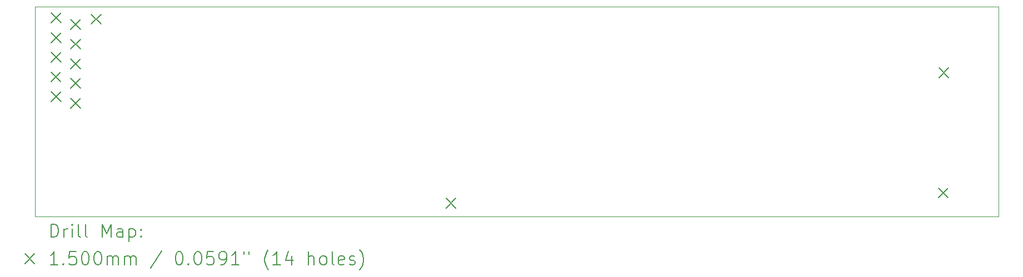
<source format=gbr>
%TF.GenerationSoftware,KiCad,Pcbnew,7.0.1*%
%TF.CreationDate,2023-10-11T18:59:45-05:00*%
%TF.ProjectId,Touch_Board,546f7563-685f-4426-9f61-72642e6b6963,1*%
%TF.SameCoordinates,Original*%
%TF.FileFunction,Drillmap*%
%TF.FilePolarity,Positive*%
%FSLAX45Y45*%
G04 Gerber Fmt 4.5, Leading zero omitted, Abs format (unit mm)*
G04 Created by KiCad (PCBNEW 7.0.1) date 2023-10-11 18:59:45*
%MOMM*%
%LPD*%
G01*
G04 APERTURE LIST*
%ADD10C,0.100000*%
%ADD11C,0.200000*%
%ADD12C,0.150000*%
G04 APERTURE END LIST*
D10*
X28338550Y-5200000D02*
X13661450Y-5200000D01*
X13661450Y-2000000D02*
X28338550Y-2000000D01*
X13661450Y-2000000D02*
X13661450Y-2000000D01*
X13661450Y-5200000D02*
X13661450Y-2000000D01*
X28338550Y-2000000D02*
X28338550Y-5200000D01*
D11*
D12*
X13903970Y-2997460D02*
X14053970Y-3147460D01*
X14053970Y-2997460D02*
X13903970Y-3147460D01*
X13907230Y-2097460D02*
X14057230Y-2247460D01*
X14057230Y-2097460D02*
X13907230Y-2247460D01*
X13907230Y-2397460D02*
X14057230Y-2547460D01*
X14057230Y-2397460D02*
X13907230Y-2547460D01*
X13907230Y-2697460D02*
X14057230Y-2847460D01*
X14057230Y-2697460D02*
X13907230Y-2847460D01*
X13907230Y-3297460D02*
X14057230Y-3447460D01*
X14057230Y-3297460D02*
X13907230Y-3447460D01*
X14207230Y-2197460D02*
X14357230Y-2347460D01*
X14357230Y-2197460D02*
X14207230Y-2347460D01*
X14207230Y-2497460D02*
X14357230Y-2647460D01*
X14357230Y-2497460D02*
X14207230Y-2647460D01*
X14207230Y-2797460D02*
X14357230Y-2947460D01*
X14357230Y-2797460D02*
X14207230Y-2947460D01*
X14207230Y-3097460D02*
X14357230Y-3247460D01*
X14357230Y-3097460D02*
X14207230Y-3247460D01*
X14207230Y-3397460D02*
X14357230Y-3547460D01*
X14357230Y-3397460D02*
X14207230Y-3547460D01*
X14517230Y-2117460D02*
X14667230Y-2267460D01*
X14667230Y-2117460D02*
X14517230Y-2267460D01*
X19923950Y-4926400D02*
X20073950Y-5076400D01*
X20073950Y-4926400D02*
X19923950Y-5076400D01*
X27423950Y-4766400D02*
X27573950Y-4916400D01*
X27573950Y-4766400D02*
X27423950Y-4916400D01*
X27433950Y-2936400D02*
X27583950Y-3086400D01*
X27583950Y-2936400D02*
X27433950Y-3086400D01*
D11*
X13904069Y-5517524D02*
X13904069Y-5317524D01*
X13904069Y-5317524D02*
X13951688Y-5317524D01*
X13951688Y-5317524D02*
X13980259Y-5327048D01*
X13980259Y-5327048D02*
X13999307Y-5346095D01*
X13999307Y-5346095D02*
X14008831Y-5365143D01*
X14008831Y-5365143D02*
X14018355Y-5403238D01*
X14018355Y-5403238D02*
X14018355Y-5431810D01*
X14018355Y-5431810D02*
X14008831Y-5469905D01*
X14008831Y-5469905D02*
X13999307Y-5488952D01*
X13999307Y-5488952D02*
X13980259Y-5508000D01*
X13980259Y-5508000D02*
X13951688Y-5517524D01*
X13951688Y-5517524D02*
X13904069Y-5517524D01*
X14104069Y-5517524D02*
X14104069Y-5384190D01*
X14104069Y-5422286D02*
X14113593Y-5403238D01*
X14113593Y-5403238D02*
X14123117Y-5393714D01*
X14123117Y-5393714D02*
X14142164Y-5384190D01*
X14142164Y-5384190D02*
X14161212Y-5384190D01*
X14227878Y-5517524D02*
X14227878Y-5384190D01*
X14227878Y-5317524D02*
X14218355Y-5327048D01*
X14218355Y-5327048D02*
X14227878Y-5336571D01*
X14227878Y-5336571D02*
X14237402Y-5327048D01*
X14237402Y-5327048D02*
X14227878Y-5317524D01*
X14227878Y-5317524D02*
X14227878Y-5336571D01*
X14351688Y-5517524D02*
X14332640Y-5508000D01*
X14332640Y-5508000D02*
X14323117Y-5488952D01*
X14323117Y-5488952D02*
X14323117Y-5317524D01*
X14456450Y-5517524D02*
X14437402Y-5508000D01*
X14437402Y-5508000D02*
X14427878Y-5488952D01*
X14427878Y-5488952D02*
X14427878Y-5317524D01*
X14685021Y-5517524D02*
X14685021Y-5317524D01*
X14685021Y-5317524D02*
X14751688Y-5460381D01*
X14751688Y-5460381D02*
X14818355Y-5317524D01*
X14818355Y-5317524D02*
X14818355Y-5517524D01*
X14999307Y-5517524D02*
X14999307Y-5412762D01*
X14999307Y-5412762D02*
X14989783Y-5393714D01*
X14989783Y-5393714D02*
X14970736Y-5384190D01*
X14970736Y-5384190D02*
X14932640Y-5384190D01*
X14932640Y-5384190D02*
X14913593Y-5393714D01*
X14999307Y-5508000D02*
X14980259Y-5517524D01*
X14980259Y-5517524D02*
X14932640Y-5517524D01*
X14932640Y-5517524D02*
X14913593Y-5508000D01*
X14913593Y-5508000D02*
X14904069Y-5488952D01*
X14904069Y-5488952D02*
X14904069Y-5469905D01*
X14904069Y-5469905D02*
X14913593Y-5450857D01*
X14913593Y-5450857D02*
X14932640Y-5441333D01*
X14932640Y-5441333D02*
X14980259Y-5441333D01*
X14980259Y-5441333D02*
X14999307Y-5431810D01*
X15094545Y-5384190D02*
X15094545Y-5584190D01*
X15094545Y-5393714D02*
X15113593Y-5384190D01*
X15113593Y-5384190D02*
X15151688Y-5384190D01*
X15151688Y-5384190D02*
X15170736Y-5393714D01*
X15170736Y-5393714D02*
X15180259Y-5403238D01*
X15180259Y-5403238D02*
X15189783Y-5422286D01*
X15189783Y-5422286D02*
X15189783Y-5479429D01*
X15189783Y-5479429D02*
X15180259Y-5498476D01*
X15180259Y-5498476D02*
X15170736Y-5508000D01*
X15170736Y-5508000D02*
X15151688Y-5517524D01*
X15151688Y-5517524D02*
X15113593Y-5517524D01*
X15113593Y-5517524D02*
X15094545Y-5508000D01*
X15275498Y-5498476D02*
X15285021Y-5508000D01*
X15285021Y-5508000D02*
X15275498Y-5517524D01*
X15275498Y-5517524D02*
X15265974Y-5508000D01*
X15265974Y-5508000D02*
X15275498Y-5498476D01*
X15275498Y-5498476D02*
X15275498Y-5517524D01*
X15275498Y-5393714D02*
X15285021Y-5403238D01*
X15285021Y-5403238D02*
X15275498Y-5412762D01*
X15275498Y-5412762D02*
X15265974Y-5403238D01*
X15265974Y-5403238D02*
X15275498Y-5393714D01*
X15275498Y-5393714D02*
X15275498Y-5412762D01*
D12*
X13506450Y-5770000D02*
X13656450Y-5920000D01*
X13656450Y-5770000D02*
X13506450Y-5920000D01*
D11*
X14008831Y-5937524D02*
X13894545Y-5937524D01*
X13951688Y-5937524D02*
X13951688Y-5737524D01*
X13951688Y-5737524D02*
X13932640Y-5766095D01*
X13932640Y-5766095D02*
X13913593Y-5785143D01*
X13913593Y-5785143D02*
X13894545Y-5794667D01*
X14094545Y-5918476D02*
X14104069Y-5928000D01*
X14104069Y-5928000D02*
X14094545Y-5937524D01*
X14094545Y-5937524D02*
X14085021Y-5928000D01*
X14085021Y-5928000D02*
X14094545Y-5918476D01*
X14094545Y-5918476D02*
X14094545Y-5937524D01*
X14285021Y-5737524D02*
X14189783Y-5737524D01*
X14189783Y-5737524D02*
X14180259Y-5832762D01*
X14180259Y-5832762D02*
X14189783Y-5823238D01*
X14189783Y-5823238D02*
X14208831Y-5813714D01*
X14208831Y-5813714D02*
X14256450Y-5813714D01*
X14256450Y-5813714D02*
X14275498Y-5823238D01*
X14275498Y-5823238D02*
X14285021Y-5832762D01*
X14285021Y-5832762D02*
X14294545Y-5851809D01*
X14294545Y-5851809D02*
X14294545Y-5899428D01*
X14294545Y-5899428D02*
X14285021Y-5918476D01*
X14285021Y-5918476D02*
X14275498Y-5928000D01*
X14275498Y-5928000D02*
X14256450Y-5937524D01*
X14256450Y-5937524D02*
X14208831Y-5937524D01*
X14208831Y-5937524D02*
X14189783Y-5928000D01*
X14189783Y-5928000D02*
X14180259Y-5918476D01*
X14418355Y-5737524D02*
X14437402Y-5737524D01*
X14437402Y-5737524D02*
X14456450Y-5747048D01*
X14456450Y-5747048D02*
X14465974Y-5756571D01*
X14465974Y-5756571D02*
X14475498Y-5775619D01*
X14475498Y-5775619D02*
X14485021Y-5813714D01*
X14485021Y-5813714D02*
X14485021Y-5861333D01*
X14485021Y-5861333D02*
X14475498Y-5899428D01*
X14475498Y-5899428D02*
X14465974Y-5918476D01*
X14465974Y-5918476D02*
X14456450Y-5928000D01*
X14456450Y-5928000D02*
X14437402Y-5937524D01*
X14437402Y-5937524D02*
X14418355Y-5937524D01*
X14418355Y-5937524D02*
X14399307Y-5928000D01*
X14399307Y-5928000D02*
X14389783Y-5918476D01*
X14389783Y-5918476D02*
X14380259Y-5899428D01*
X14380259Y-5899428D02*
X14370736Y-5861333D01*
X14370736Y-5861333D02*
X14370736Y-5813714D01*
X14370736Y-5813714D02*
X14380259Y-5775619D01*
X14380259Y-5775619D02*
X14389783Y-5756571D01*
X14389783Y-5756571D02*
X14399307Y-5747048D01*
X14399307Y-5747048D02*
X14418355Y-5737524D01*
X14608831Y-5737524D02*
X14627879Y-5737524D01*
X14627879Y-5737524D02*
X14646926Y-5747048D01*
X14646926Y-5747048D02*
X14656450Y-5756571D01*
X14656450Y-5756571D02*
X14665974Y-5775619D01*
X14665974Y-5775619D02*
X14675498Y-5813714D01*
X14675498Y-5813714D02*
X14675498Y-5861333D01*
X14675498Y-5861333D02*
X14665974Y-5899428D01*
X14665974Y-5899428D02*
X14656450Y-5918476D01*
X14656450Y-5918476D02*
X14646926Y-5928000D01*
X14646926Y-5928000D02*
X14627879Y-5937524D01*
X14627879Y-5937524D02*
X14608831Y-5937524D01*
X14608831Y-5937524D02*
X14589783Y-5928000D01*
X14589783Y-5928000D02*
X14580259Y-5918476D01*
X14580259Y-5918476D02*
X14570736Y-5899428D01*
X14570736Y-5899428D02*
X14561212Y-5861333D01*
X14561212Y-5861333D02*
X14561212Y-5813714D01*
X14561212Y-5813714D02*
X14570736Y-5775619D01*
X14570736Y-5775619D02*
X14580259Y-5756571D01*
X14580259Y-5756571D02*
X14589783Y-5747048D01*
X14589783Y-5747048D02*
X14608831Y-5737524D01*
X14761212Y-5937524D02*
X14761212Y-5804190D01*
X14761212Y-5823238D02*
X14770736Y-5813714D01*
X14770736Y-5813714D02*
X14789783Y-5804190D01*
X14789783Y-5804190D02*
X14818355Y-5804190D01*
X14818355Y-5804190D02*
X14837402Y-5813714D01*
X14837402Y-5813714D02*
X14846926Y-5832762D01*
X14846926Y-5832762D02*
X14846926Y-5937524D01*
X14846926Y-5832762D02*
X14856450Y-5813714D01*
X14856450Y-5813714D02*
X14875498Y-5804190D01*
X14875498Y-5804190D02*
X14904069Y-5804190D01*
X14904069Y-5804190D02*
X14923117Y-5813714D01*
X14923117Y-5813714D02*
X14932640Y-5832762D01*
X14932640Y-5832762D02*
X14932640Y-5937524D01*
X15027879Y-5937524D02*
X15027879Y-5804190D01*
X15027879Y-5823238D02*
X15037402Y-5813714D01*
X15037402Y-5813714D02*
X15056450Y-5804190D01*
X15056450Y-5804190D02*
X15085021Y-5804190D01*
X15085021Y-5804190D02*
X15104069Y-5813714D01*
X15104069Y-5813714D02*
X15113593Y-5832762D01*
X15113593Y-5832762D02*
X15113593Y-5937524D01*
X15113593Y-5832762D02*
X15123117Y-5813714D01*
X15123117Y-5813714D02*
X15142164Y-5804190D01*
X15142164Y-5804190D02*
X15170736Y-5804190D01*
X15170736Y-5804190D02*
X15189783Y-5813714D01*
X15189783Y-5813714D02*
X15199307Y-5832762D01*
X15199307Y-5832762D02*
X15199307Y-5937524D01*
X15589783Y-5728000D02*
X15418355Y-5985143D01*
X15846926Y-5737524D02*
X15865974Y-5737524D01*
X15865974Y-5737524D02*
X15885022Y-5747048D01*
X15885022Y-5747048D02*
X15894545Y-5756571D01*
X15894545Y-5756571D02*
X15904069Y-5775619D01*
X15904069Y-5775619D02*
X15913593Y-5813714D01*
X15913593Y-5813714D02*
X15913593Y-5861333D01*
X15913593Y-5861333D02*
X15904069Y-5899428D01*
X15904069Y-5899428D02*
X15894545Y-5918476D01*
X15894545Y-5918476D02*
X15885022Y-5928000D01*
X15885022Y-5928000D02*
X15865974Y-5937524D01*
X15865974Y-5937524D02*
X15846926Y-5937524D01*
X15846926Y-5937524D02*
X15827879Y-5928000D01*
X15827879Y-5928000D02*
X15818355Y-5918476D01*
X15818355Y-5918476D02*
X15808831Y-5899428D01*
X15808831Y-5899428D02*
X15799307Y-5861333D01*
X15799307Y-5861333D02*
X15799307Y-5813714D01*
X15799307Y-5813714D02*
X15808831Y-5775619D01*
X15808831Y-5775619D02*
X15818355Y-5756571D01*
X15818355Y-5756571D02*
X15827879Y-5747048D01*
X15827879Y-5747048D02*
X15846926Y-5737524D01*
X15999307Y-5918476D02*
X16008831Y-5928000D01*
X16008831Y-5928000D02*
X15999307Y-5937524D01*
X15999307Y-5937524D02*
X15989783Y-5928000D01*
X15989783Y-5928000D02*
X15999307Y-5918476D01*
X15999307Y-5918476D02*
X15999307Y-5937524D01*
X16132641Y-5737524D02*
X16151688Y-5737524D01*
X16151688Y-5737524D02*
X16170736Y-5747048D01*
X16170736Y-5747048D02*
X16180260Y-5756571D01*
X16180260Y-5756571D02*
X16189783Y-5775619D01*
X16189783Y-5775619D02*
X16199307Y-5813714D01*
X16199307Y-5813714D02*
X16199307Y-5861333D01*
X16199307Y-5861333D02*
X16189783Y-5899428D01*
X16189783Y-5899428D02*
X16180260Y-5918476D01*
X16180260Y-5918476D02*
X16170736Y-5928000D01*
X16170736Y-5928000D02*
X16151688Y-5937524D01*
X16151688Y-5937524D02*
X16132641Y-5937524D01*
X16132641Y-5937524D02*
X16113593Y-5928000D01*
X16113593Y-5928000D02*
X16104069Y-5918476D01*
X16104069Y-5918476D02*
X16094545Y-5899428D01*
X16094545Y-5899428D02*
X16085022Y-5861333D01*
X16085022Y-5861333D02*
X16085022Y-5813714D01*
X16085022Y-5813714D02*
X16094545Y-5775619D01*
X16094545Y-5775619D02*
X16104069Y-5756571D01*
X16104069Y-5756571D02*
X16113593Y-5747048D01*
X16113593Y-5747048D02*
X16132641Y-5737524D01*
X16380260Y-5737524D02*
X16285022Y-5737524D01*
X16285022Y-5737524D02*
X16275498Y-5832762D01*
X16275498Y-5832762D02*
X16285022Y-5823238D01*
X16285022Y-5823238D02*
X16304069Y-5813714D01*
X16304069Y-5813714D02*
X16351688Y-5813714D01*
X16351688Y-5813714D02*
X16370736Y-5823238D01*
X16370736Y-5823238D02*
X16380260Y-5832762D01*
X16380260Y-5832762D02*
X16389783Y-5851809D01*
X16389783Y-5851809D02*
X16389783Y-5899428D01*
X16389783Y-5899428D02*
X16380260Y-5918476D01*
X16380260Y-5918476D02*
X16370736Y-5928000D01*
X16370736Y-5928000D02*
X16351688Y-5937524D01*
X16351688Y-5937524D02*
X16304069Y-5937524D01*
X16304069Y-5937524D02*
X16285022Y-5928000D01*
X16285022Y-5928000D02*
X16275498Y-5918476D01*
X16485022Y-5937524D02*
X16523117Y-5937524D01*
X16523117Y-5937524D02*
X16542164Y-5928000D01*
X16542164Y-5928000D02*
X16551688Y-5918476D01*
X16551688Y-5918476D02*
X16570736Y-5889905D01*
X16570736Y-5889905D02*
X16580260Y-5851809D01*
X16580260Y-5851809D02*
X16580260Y-5775619D01*
X16580260Y-5775619D02*
X16570736Y-5756571D01*
X16570736Y-5756571D02*
X16561212Y-5747048D01*
X16561212Y-5747048D02*
X16542164Y-5737524D01*
X16542164Y-5737524D02*
X16504069Y-5737524D01*
X16504069Y-5737524D02*
X16485022Y-5747048D01*
X16485022Y-5747048D02*
X16475498Y-5756571D01*
X16475498Y-5756571D02*
X16465974Y-5775619D01*
X16465974Y-5775619D02*
X16465974Y-5823238D01*
X16465974Y-5823238D02*
X16475498Y-5842286D01*
X16475498Y-5842286D02*
X16485022Y-5851809D01*
X16485022Y-5851809D02*
X16504069Y-5861333D01*
X16504069Y-5861333D02*
X16542164Y-5861333D01*
X16542164Y-5861333D02*
X16561212Y-5851809D01*
X16561212Y-5851809D02*
X16570736Y-5842286D01*
X16570736Y-5842286D02*
X16580260Y-5823238D01*
X16770736Y-5937524D02*
X16656450Y-5937524D01*
X16713593Y-5937524D02*
X16713593Y-5737524D01*
X16713593Y-5737524D02*
X16694545Y-5766095D01*
X16694545Y-5766095D02*
X16675498Y-5785143D01*
X16675498Y-5785143D02*
X16656450Y-5794667D01*
X16846926Y-5737524D02*
X16846926Y-5775619D01*
X16923117Y-5737524D02*
X16923117Y-5775619D01*
X17218355Y-6013714D02*
X17208831Y-6004190D01*
X17208831Y-6004190D02*
X17189784Y-5975619D01*
X17189784Y-5975619D02*
X17180260Y-5956571D01*
X17180260Y-5956571D02*
X17170736Y-5928000D01*
X17170736Y-5928000D02*
X17161212Y-5880381D01*
X17161212Y-5880381D02*
X17161212Y-5842286D01*
X17161212Y-5842286D02*
X17170736Y-5794667D01*
X17170736Y-5794667D02*
X17180260Y-5766095D01*
X17180260Y-5766095D02*
X17189784Y-5747048D01*
X17189784Y-5747048D02*
X17208831Y-5718476D01*
X17208831Y-5718476D02*
X17218355Y-5708952D01*
X17399307Y-5937524D02*
X17285022Y-5937524D01*
X17342165Y-5937524D02*
X17342165Y-5737524D01*
X17342165Y-5737524D02*
X17323117Y-5766095D01*
X17323117Y-5766095D02*
X17304069Y-5785143D01*
X17304069Y-5785143D02*
X17285022Y-5794667D01*
X17570736Y-5804190D02*
X17570736Y-5937524D01*
X17523117Y-5728000D02*
X17475498Y-5870857D01*
X17475498Y-5870857D02*
X17599307Y-5870857D01*
X17827879Y-5937524D02*
X17827879Y-5737524D01*
X17913593Y-5937524D02*
X17913593Y-5832762D01*
X17913593Y-5832762D02*
X17904069Y-5813714D01*
X17904069Y-5813714D02*
X17885022Y-5804190D01*
X17885022Y-5804190D02*
X17856450Y-5804190D01*
X17856450Y-5804190D02*
X17837403Y-5813714D01*
X17837403Y-5813714D02*
X17827879Y-5823238D01*
X18037403Y-5937524D02*
X18018355Y-5928000D01*
X18018355Y-5928000D02*
X18008831Y-5918476D01*
X18008831Y-5918476D02*
X17999308Y-5899428D01*
X17999308Y-5899428D02*
X17999308Y-5842286D01*
X17999308Y-5842286D02*
X18008831Y-5823238D01*
X18008831Y-5823238D02*
X18018355Y-5813714D01*
X18018355Y-5813714D02*
X18037403Y-5804190D01*
X18037403Y-5804190D02*
X18065974Y-5804190D01*
X18065974Y-5804190D02*
X18085022Y-5813714D01*
X18085022Y-5813714D02*
X18094546Y-5823238D01*
X18094546Y-5823238D02*
X18104069Y-5842286D01*
X18104069Y-5842286D02*
X18104069Y-5899428D01*
X18104069Y-5899428D02*
X18094546Y-5918476D01*
X18094546Y-5918476D02*
X18085022Y-5928000D01*
X18085022Y-5928000D02*
X18065974Y-5937524D01*
X18065974Y-5937524D02*
X18037403Y-5937524D01*
X18218355Y-5937524D02*
X18199308Y-5928000D01*
X18199308Y-5928000D02*
X18189784Y-5908952D01*
X18189784Y-5908952D02*
X18189784Y-5737524D01*
X18370736Y-5928000D02*
X18351689Y-5937524D01*
X18351689Y-5937524D02*
X18313593Y-5937524D01*
X18313593Y-5937524D02*
X18294546Y-5928000D01*
X18294546Y-5928000D02*
X18285022Y-5908952D01*
X18285022Y-5908952D02*
X18285022Y-5832762D01*
X18285022Y-5832762D02*
X18294546Y-5813714D01*
X18294546Y-5813714D02*
X18313593Y-5804190D01*
X18313593Y-5804190D02*
X18351689Y-5804190D01*
X18351689Y-5804190D02*
X18370736Y-5813714D01*
X18370736Y-5813714D02*
X18380260Y-5832762D01*
X18380260Y-5832762D02*
X18380260Y-5851809D01*
X18380260Y-5851809D02*
X18285022Y-5870857D01*
X18456450Y-5928000D02*
X18475498Y-5937524D01*
X18475498Y-5937524D02*
X18513593Y-5937524D01*
X18513593Y-5937524D02*
X18532641Y-5928000D01*
X18532641Y-5928000D02*
X18542165Y-5908952D01*
X18542165Y-5908952D02*
X18542165Y-5899428D01*
X18542165Y-5899428D02*
X18532641Y-5880381D01*
X18532641Y-5880381D02*
X18513593Y-5870857D01*
X18513593Y-5870857D02*
X18485022Y-5870857D01*
X18485022Y-5870857D02*
X18465974Y-5861333D01*
X18465974Y-5861333D02*
X18456450Y-5842286D01*
X18456450Y-5842286D02*
X18456450Y-5832762D01*
X18456450Y-5832762D02*
X18465974Y-5813714D01*
X18465974Y-5813714D02*
X18485022Y-5804190D01*
X18485022Y-5804190D02*
X18513593Y-5804190D01*
X18513593Y-5804190D02*
X18532641Y-5813714D01*
X18608831Y-6013714D02*
X18618355Y-6004190D01*
X18618355Y-6004190D02*
X18637403Y-5975619D01*
X18637403Y-5975619D02*
X18646927Y-5956571D01*
X18646927Y-5956571D02*
X18656450Y-5928000D01*
X18656450Y-5928000D02*
X18665974Y-5880381D01*
X18665974Y-5880381D02*
X18665974Y-5842286D01*
X18665974Y-5842286D02*
X18656450Y-5794667D01*
X18656450Y-5794667D02*
X18646927Y-5766095D01*
X18646927Y-5766095D02*
X18637403Y-5747048D01*
X18637403Y-5747048D02*
X18618355Y-5718476D01*
X18618355Y-5718476D02*
X18608831Y-5708952D01*
M02*

</source>
